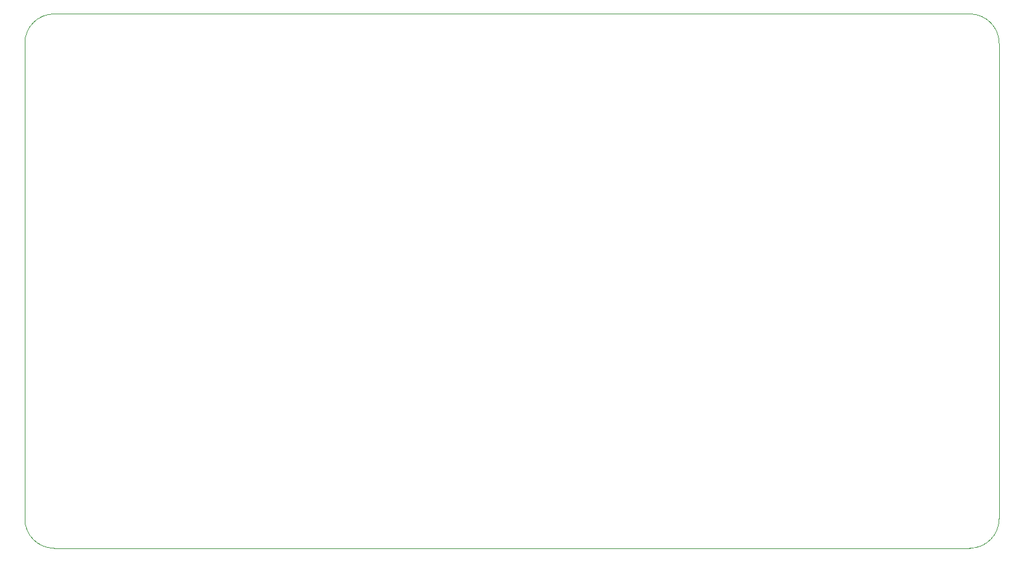
<source format=gbr>
%TF.GenerationSoftware,KiCad,Pcbnew,(5.99.0-2358-g6d8fb94d8)*%
%TF.CreationDate,2020-07-27T20:41:13+08:00*%
%TF.ProjectId,TheSPT_v2,54686553-5054-45f7-9632-2e6b69636164,V3.0*%
%TF.SameCoordinates,Original*%
%TF.FileFunction,Profile,NP*%
%FSLAX46Y46*%
G04 Gerber Fmt 4.6, Leading zero omitted, Abs format (unit mm)*
G04 Created by KiCad (PCBNEW (5.99.0-2358-g6d8fb94d8)) date 2020-07-27 20:41:13*
%MOMM*%
%LPD*%
G01*
G04 APERTURE LIST*
%TA.AperFunction,Profile*%
%ADD10C,0.120000*%
%TD*%
%TA.AperFunction,Profile*%
%ADD11C,0.100000*%
%TD*%
G04 APERTURE END LIST*
D10*
X183000000Y-119000000D02*
G75*
G02*
X179000000Y-123000000I-4000000J0D01*
G01*
X179000000Y-50000000D02*
G75*
G02*
X183000000Y-54000000I0J-4000000D01*
G01*
X54000000Y-123000000D02*
G75*
G02*
X50000000Y-119000000I0J4000000D01*
G01*
X50000000Y-54000000D02*
G75*
G02*
X54000000Y-50000000I4000000J0D01*
G01*
D11*
X179000000Y-123000000D02*
X54000000Y-123000000D01*
X183000000Y-54000000D02*
X183000000Y-119000000D01*
X54000000Y-50000000D02*
X179000000Y-50000000D01*
X50000000Y-54000000D02*
X50000000Y-119000000D01*
M02*

</source>
